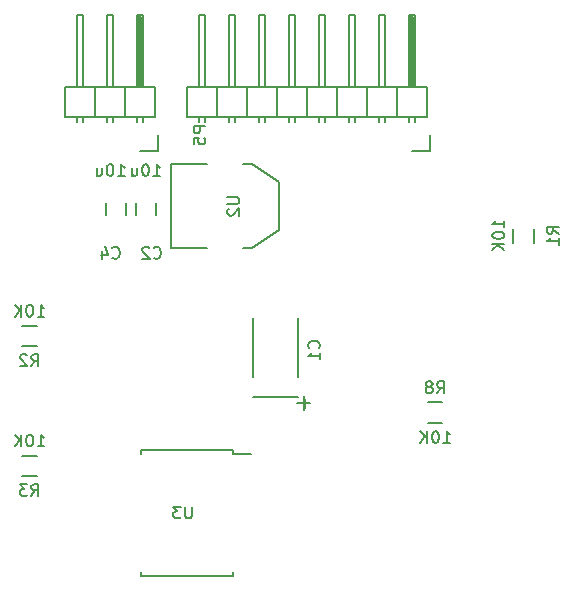
<source format=gbo>
G04 #@! TF.FileFunction,Legend,Bot*
%FSLAX46Y46*%
G04 Gerber Fmt 4.6, Leading zero omitted, Abs format (unit mm)*
G04 Created by KiCad (PCBNEW 4.0.4-1.fc24-product) date Sun Jan 15 22:00:39 2017*
%MOMM*%
%LPD*%
G01*
G04 APERTURE LIST*
%ADD10C,0.100000*%
%ADD11C,0.150000*%
G04 APERTURE END LIST*
D10*
D11*
X52650000Y-41750000D02*
X52650000Y-40750000D01*
X54350000Y-40750000D02*
X54350000Y-41750000D01*
X77550000Y-36300000D02*
X76000000Y-36300000D01*
X77550000Y-35000000D02*
X77550000Y-36300000D01*
X76127000Y-30809000D02*
X76127000Y-24967000D01*
X76127000Y-24967000D02*
X75873000Y-24967000D01*
X75873000Y-24967000D02*
X75873000Y-30809000D01*
X75873000Y-30809000D02*
X76000000Y-30809000D01*
X76000000Y-30809000D02*
X76000000Y-24967000D01*
X58474000Y-33476000D02*
X58474000Y-33857000D01*
X57966000Y-33476000D02*
X57966000Y-33857000D01*
X76254000Y-33476000D02*
X76254000Y-33857000D01*
X75746000Y-33476000D02*
X75746000Y-33857000D01*
X73714000Y-33476000D02*
X73714000Y-33857000D01*
X73206000Y-33476000D02*
X73206000Y-33857000D01*
X71174000Y-33476000D02*
X71174000Y-33857000D01*
X70666000Y-33476000D02*
X70666000Y-33857000D01*
X60506000Y-33476000D02*
X60506000Y-33857000D01*
X61014000Y-33476000D02*
X61014000Y-33857000D01*
X63046000Y-33476000D02*
X63046000Y-33857000D01*
X63554000Y-33476000D02*
X63554000Y-33857000D01*
X65586000Y-33476000D02*
X65586000Y-33857000D01*
X66094000Y-33476000D02*
X66094000Y-33857000D01*
X68126000Y-33476000D02*
X68126000Y-33857000D01*
X68634000Y-33476000D02*
X68634000Y-33857000D01*
X62030000Y-33476000D02*
X62030000Y-30936000D01*
X62030000Y-33476000D02*
X59490000Y-33476000D01*
X59490000Y-33476000D02*
X59490000Y-30936000D01*
X61014000Y-30936000D02*
X61014000Y-24840000D01*
X61014000Y-24840000D02*
X60506000Y-24840000D01*
X60506000Y-24840000D02*
X60506000Y-30936000D01*
X59490000Y-30936000D02*
X62030000Y-30936000D01*
X56950000Y-30936000D02*
X59490000Y-30936000D01*
X57966000Y-24840000D02*
X57966000Y-30936000D01*
X58474000Y-24840000D02*
X57966000Y-24840000D01*
X58474000Y-30936000D02*
X58474000Y-24840000D01*
X59490000Y-33476000D02*
X56950000Y-33476000D01*
X59490000Y-33476000D02*
X59490000Y-30936000D01*
X56950000Y-33476000D02*
X56950000Y-30936000D01*
X77270000Y-33476000D02*
X77270000Y-30936000D01*
X74730000Y-33476000D02*
X74730000Y-30936000D01*
X74730000Y-33476000D02*
X72190000Y-33476000D01*
X72190000Y-33476000D02*
X72190000Y-30936000D01*
X73714000Y-30936000D02*
X73714000Y-24840000D01*
X73714000Y-24840000D02*
X73206000Y-24840000D01*
X73206000Y-24840000D02*
X73206000Y-30936000D01*
X72190000Y-30936000D02*
X74730000Y-30936000D01*
X74730000Y-30936000D02*
X77270000Y-30936000D01*
X75746000Y-24840000D02*
X75746000Y-30936000D01*
X76254000Y-24840000D02*
X75746000Y-24840000D01*
X76254000Y-30936000D02*
X76254000Y-24840000D01*
X74730000Y-33476000D02*
X74730000Y-30936000D01*
X77270000Y-33476000D02*
X74730000Y-33476000D01*
X67110000Y-33476000D02*
X67110000Y-30936000D01*
X67110000Y-33476000D02*
X64570000Y-33476000D01*
X64570000Y-33476000D02*
X64570000Y-30936000D01*
X66094000Y-30936000D02*
X66094000Y-24840000D01*
X66094000Y-24840000D02*
X65586000Y-24840000D01*
X65586000Y-24840000D02*
X65586000Y-30936000D01*
X64570000Y-30936000D02*
X67110000Y-30936000D01*
X62030000Y-30936000D02*
X64570000Y-30936000D01*
X63046000Y-24840000D02*
X63046000Y-30936000D01*
X63554000Y-24840000D02*
X63046000Y-24840000D01*
X63554000Y-30936000D02*
X63554000Y-24840000D01*
X62030000Y-33476000D02*
X62030000Y-30936000D01*
X64570000Y-33476000D02*
X62030000Y-33476000D01*
X64570000Y-33476000D02*
X64570000Y-30936000D01*
X69650000Y-33476000D02*
X69650000Y-30936000D01*
X69650000Y-33476000D02*
X67110000Y-33476000D01*
X67110000Y-33476000D02*
X67110000Y-30936000D01*
X68634000Y-30936000D02*
X68634000Y-24840000D01*
X68634000Y-24840000D02*
X68126000Y-24840000D01*
X68126000Y-24840000D02*
X68126000Y-30936000D01*
X67110000Y-30936000D02*
X69650000Y-30936000D01*
X69650000Y-30936000D02*
X72190000Y-30936000D01*
X70666000Y-24840000D02*
X70666000Y-30936000D01*
X71174000Y-24840000D02*
X70666000Y-24840000D01*
X71174000Y-30936000D02*
X71174000Y-24840000D01*
X69650000Y-33476000D02*
X69650000Y-30936000D01*
X72190000Y-33476000D02*
X69650000Y-33476000D01*
X72190000Y-33476000D02*
X72190000Y-30936000D01*
X54550000Y-36300000D02*
X53000000Y-36300000D01*
X54550000Y-35000000D02*
X54550000Y-36300000D01*
X53127000Y-30809000D02*
X53127000Y-24967000D01*
X53127000Y-24967000D02*
X52873000Y-24967000D01*
X52873000Y-24967000D02*
X52873000Y-30809000D01*
X52873000Y-30809000D02*
X53000000Y-30809000D01*
X53000000Y-30809000D02*
X53000000Y-24967000D01*
X53254000Y-33476000D02*
X53254000Y-33857000D01*
X52746000Y-33476000D02*
X52746000Y-33857000D01*
X50714000Y-33476000D02*
X50714000Y-33857000D01*
X50206000Y-33476000D02*
X50206000Y-33857000D01*
X48174000Y-33476000D02*
X48174000Y-33857000D01*
X47666000Y-33476000D02*
X47666000Y-33857000D01*
X51730000Y-30936000D02*
X54270000Y-30936000D01*
X52746000Y-24840000D02*
X52746000Y-30936000D01*
X53254000Y-24840000D02*
X52746000Y-24840000D01*
X53254000Y-30936000D02*
X53254000Y-24840000D01*
X51730000Y-33476000D02*
X51730000Y-30936000D01*
X54270000Y-33476000D02*
X51730000Y-33476000D01*
X54270000Y-33476000D02*
X54270000Y-30936000D01*
X49190000Y-33476000D02*
X49190000Y-30936000D01*
X49190000Y-33476000D02*
X46650000Y-33476000D01*
X48174000Y-30936000D02*
X48174000Y-24840000D01*
X48174000Y-24840000D02*
X47666000Y-24840000D01*
X47666000Y-24840000D02*
X47666000Y-30936000D01*
X46650000Y-30936000D02*
X49190000Y-30936000D01*
X49190000Y-30936000D02*
X51730000Y-30936000D01*
X50206000Y-24840000D02*
X50206000Y-30936000D01*
X50714000Y-24840000D02*
X50206000Y-24840000D01*
X50714000Y-30936000D02*
X50714000Y-24840000D01*
X49190000Y-33476000D02*
X49190000Y-30936000D01*
X51730000Y-33476000D02*
X49190000Y-33476000D01*
X51730000Y-33476000D02*
X51730000Y-30936000D01*
X46650000Y-33476000D02*
X46650000Y-30936000D01*
X84625000Y-42900000D02*
X84625000Y-44100000D01*
X86375000Y-44100000D02*
X86375000Y-42900000D01*
X44250000Y-51125000D02*
X43050000Y-51125000D01*
X43050000Y-52875000D02*
X44250000Y-52875000D01*
X44250000Y-62125000D02*
X43050000Y-62125000D01*
X43050000Y-63875000D02*
X44250000Y-63875000D01*
X77400000Y-59375000D02*
X78600000Y-59375000D01*
X78600000Y-57625000D02*
X77400000Y-57625000D01*
X58678000Y-44556000D02*
X55630000Y-44556000D01*
X55630000Y-44556000D02*
X55630000Y-37444000D01*
X55630000Y-37444000D02*
X58678000Y-37444000D01*
X61726000Y-44556000D02*
X62488000Y-44556000D01*
X62488000Y-44556000D02*
X64774000Y-43032000D01*
X64774000Y-43032000D02*
X64774000Y-38968000D01*
X64774000Y-38968000D02*
X62488000Y-37444000D01*
X62488000Y-37444000D02*
X61726000Y-37444000D01*
X60875000Y-61675000D02*
X60875000Y-62030000D01*
X53125000Y-61675000D02*
X53125000Y-62030000D01*
X53125000Y-72325000D02*
X53125000Y-71970000D01*
X60875000Y-72325000D02*
X60875000Y-71970000D01*
X60875000Y-61675000D02*
X53125000Y-61675000D01*
X60875000Y-72325000D02*
X53125000Y-72325000D01*
X60875000Y-62030000D02*
X62400000Y-62030000D01*
X50150000Y-41750000D02*
X50150000Y-40750000D01*
X51850000Y-40750000D02*
X51850000Y-41750000D01*
X66399920Y-57201160D02*
X62600080Y-57201160D01*
X66399920Y-50500640D02*
X66399920Y-55499360D01*
X62600080Y-50503180D02*
X62600080Y-55501900D01*
X67403220Y-57704080D02*
X66303400Y-57704080D01*
X66902840Y-58303520D02*
X66902840Y-57104640D01*
X54166666Y-45357143D02*
X54214285Y-45404762D01*
X54357142Y-45452381D01*
X54452380Y-45452381D01*
X54595238Y-45404762D01*
X54690476Y-45309524D01*
X54738095Y-45214286D01*
X54785714Y-45023810D01*
X54785714Y-44880952D01*
X54738095Y-44690476D01*
X54690476Y-44595238D01*
X54595238Y-44500000D01*
X54452380Y-44452381D01*
X54357142Y-44452381D01*
X54214285Y-44500000D01*
X54166666Y-44547619D01*
X53785714Y-44547619D02*
X53738095Y-44500000D01*
X53642857Y-44452381D01*
X53404761Y-44452381D01*
X53309523Y-44500000D01*
X53261904Y-44547619D01*
X53214285Y-44642857D01*
X53214285Y-44738095D01*
X53261904Y-44880952D01*
X53833333Y-45452381D01*
X53214285Y-45452381D01*
X54142857Y-38452381D02*
X54714286Y-38452381D01*
X54428572Y-38452381D02*
X54428572Y-37452381D01*
X54523810Y-37595238D01*
X54619048Y-37690476D01*
X54714286Y-37738095D01*
X53523810Y-37452381D02*
X53428571Y-37452381D01*
X53333333Y-37500000D01*
X53285714Y-37547619D01*
X53238095Y-37642857D01*
X53190476Y-37833333D01*
X53190476Y-38071429D01*
X53238095Y-38261905D01*
X53285714Y-38357143D01*
X53333333Y-38404762D01*
X53428571Y-38452381D01*
X53523810Y-38452381D01*
X53619048Y-38404762D01*
X53666667Y-38357143D01*
X53714286Y-38261905D01*
X53761905Y-38071429D01*
X53761905Y-37833333D01*
X53714286Y-37642857D01*
X53666667Y-37547619D01*
X53619048Y-37500000D01*
X53523810Y-37452381D01*
X52333333Y-37785714D02*
X52333333Y-38452381D01*
X52761905Y-37785714D02*
X52761905Y-38309524D01*
X52714286Y-38404762D01*
X52619048Y-38452381D01*
X52476190Y-38452381D01*
X52380952Y-38404762D01*
X52333333Y-38357143D01*
X58552381Y-34261905D02*
X57552381Y-34261905D01*
X57552381Y-34642858D01*
X57600000Y-34738096D01*
X57647619Y-34785715D01*
X57742857Y-34833334D01*
X57885714Y-34833334D01*
X57980952Y-34785715D01*
X58028571Y-34738096D01*
X58076190Y-34642858D01*
X58076190Y-34261905D01*
X57552381Y-35738096D02*
X57552381Y-35261905D01*
X58028571Y-35214286D01*
X57980952Y-35261905D01*
X57933333Y-35357143D01*
X57933333Y-35595239D01*
X57980952Y-35690477D01*
X58028571Y-35738096D01*
X58123810Y-35785715D01*
X58361905Y-35785715D01*
X58457143Y-35738096D01*
X58504762Y-35690477D01*
X58552381Y-35595239D01*
X58552381Y-35357143D01*
X58504762Y-35261905D01*
X58457143Y-35214286D01*
X88452381Y-43333334D02*
X87976190Y-43000000D01*
X88452381Y-42761905D02*
X87452381Y-42761905D01*
X87452381Y-43142858D01*
X87500000Y-43238096D01*
X87547619Y-43285715D01*
X87642857Y-43333334D01*
X87785714Y-43333334D01*
X87880952Y-43285715D01*
X87928571Y-43238096D01*
X87976190Y-43142858D01*
X87976190Y-42761905D01*
X88452381Y-44285715D02*
X88452381Y-43714286D01*
X88452381Y-44000000D02*
X87452381Y-44000000D01*
X87595238Y-43904762D01*
X87690476Y-43809524D01*
X87738095Y-43714286D01*
X83852381Y-42809524D02*
X83852381Y-42238095D01*
X83852381Y-42523809D02*
X82852381Y-42523809D01*
X82995238Y-42428571D01*
X83090476Y-42333333D01*
X83138095Y-42238095D01*
X82852381Y-43428571D02*
X82852381Y-43523810D01*
X82900000Y-43619048D01*
X82947619Y-43666667D01*
X83042857Y-43714286D01*
X83233333Y-43761905D01*
X83471429Y-43761905D01*
X83661905Y-43714286D01*
X83757143Y-43666667D01*
X83804762Y-43619048D01*
X83852381Y-43523810D01*
X83852381Y-43428571D01*
X83804762Y-43333333D01*
X83757143Y-43285714D01*
X83661905Y-43238095D01*
X83471429Y-43190476D01*
X83233333Y-43190476D01*
X83042857Y-43238095D01*
X82947619Y-43285714D01*
X82900000Y-43333333D01*
X82852381Y-43428571D01*
X83852381Y-44190476D02*
X82852381Y-44190476D01*
X83852381Y-44761905D02*
X83280952Y-44333333D01*
X82852381Y-44761905D02*
X83423810Y-44190476D01*
X43816666Y-54552381D02*
X44150000Y-54076190D01*
X44388095Y-54552381D02*
X44388095Y-53552381D01*
X44007142Y-53552381D01*
X43911904Y-53600000D01*
X43864285Y-53647619D01*
X43816666Y-53742857D01*
X43816666Y-53885714D01*
X43864285Y-53980952D01*
X43911904Y-54028571D01*
X44007142Y-54076190D01*
X44388095Y-54076190D01*
X43435714Y-53647619D02*
X43388095Y-53600000D01*
X43292857Y-53552381D01*
X43054761Y-53552381D01*
X42959523Y-53600000D01*
X42911904Y-53647619D01*
X42864285Y-53742857D01*
X42864285Y-53838095D01*
X42911904Y-53980952D01*
X43483333Y-54552381D01*
X42864285Y-54552381D01*
X44340476Y-50352381D02*
X44911905Y-50352381D01*
X44626191Y-50352381D02*
X44626191Y-49352381D01*
X44721429Y-49495238D01*
X44816667Y-49590476D01*
X44911905Y-49638095D01*
X43721429Y-49352381D02*
X43626190Y-49352381D01*
X43530952Y-49400000D01*
X43483333Y-49447619D01*
X43435714Y-49542857D01*
X43388095Y-49733333D01*
X43388095Y-49971429D01*
X43435714Y-50161905D01*
X43483333Y-50257143D01*
X43530952Y-50304762D01*
X43626190Y-50352381D01*
X43721429Y-50352381D01*
X43816667Y-50304762D01*
X43864286Y-50257143D01*
X43911905Y-50161905D01*
X43959524Y-49971429D01*
X43959524Y-49733333D01*
X43911905Y-49542857D01*
X43864286Y-49447619D01*
X43816667Y-49400000D01*
X43721429Y-49352381D01*
X42959524Y-50352381D02*
X42959524Y-49352381D01*
X42388095Y-50352381D02*
X42816667Y-49780952D01*
X42388095Y-49352381D02*
X42959524Y-49923810D01*
X43816666Y-65552381D02*
X44150000Y-65076190D01*
X44388095Y-65552381D02*
X44388095Y-64552381D01*
X44007142Y-64552381D01*
X43911904Y-64600000D01*
X43864285Y-64647619D01*
X43816666Y-64742857D01*
X43816666Y-64885714D01*
X43864285Y-64980952D01*
X43911904Y-65028571D01*
X44007142Y-65076190D01*
X44388095Y-65076190D01*
X43483333Y-64552381D02*
X42864285Y-64552381D01*
X43197619Y-64933333D01*
X43054761Y-64933333D01*
X42959523Y-64980952D01*
X42911904Y-65028571D01*
X42864285Y-65123810D01*
X42864285Y-65361905D01*
X42911904Y-65457143D01*
X42959523Y-65504762D01*
X43054761Y-65552381D01*
X43340476Y-65552381D01*
X43435714Y-65504762D01*
X43483333Y-65457143D01*
X44340476Y-61352381D02*
X44911905Y-61352381D01*
X44626191Y-61352381D02*
X44626191Y-60352381D01*
X44721429Y-60495238D01*
X44816667Y-60590476D01*
X44911905Y-60638095D01*
X43721429Y-60352381D02*
X43626190Y-60352381D01*
X43530952Y-60400000D01*
X43483333Y-60447619D01*
X43435714Y-60542857D01*
X43388095Y-60733333D01*
X43388095Y-60971429D01*
X43435714Y-61161905D01*
X43483333Y-61257143D01*
X43530952Y-61304762D01*
X43626190Y-61352381D01*
X43721429Y-61352381D01*
X43816667Y-61304762D01*
X43864286Y-61257143D01*
X43911905Y-61161905D01*
X43959524Y-60971429D01*
X43959524Y-60733333D01*
X43911905Y-60542857D01*
X43864286Y-60447619D01*
X43816667Y-60400000D01*
X43721429Y-60352381D01*
X42959524Y-61352381D02*
X42959524Y-60352381D01*
X42388095Y-61352381D02*
X42816667Y-60780952D01*
X42388095Y-60352381D02*
X42959524Y-60923810D01*
X78166666Y-56852381D02*
X78500000Y-56376190D01*
X78738095Y-56852381D02*
X78738095Y-55852381D01*
X78357142Y-55852381D01*
X78261904Y-55900000D01*
X78214285Y-55947619D01*
X78166666Y-56042857D01*
X78166666Y-56185714D01*
X78214285Y-56280952D01*
X78261904Y-56328571D01*
X78357142Y-56376190D01*
X78738095Y-56376190D01*
X77595238Y-56280952D02*
X77690476Y-56233333D01*
X77738095Y-56185714D01*
X77785714Y-56090476D01*
X77785714Y-56042857D01*
X77738095Y-55947619D01*
X77690476Y-55900000D01*
X77595238Y-55852381D01*
X77404761Y-55852381D01*
X77309523Y-55900000D01*
X77261904Y-55947619D01*
X77214285Y-56042857D01*
X77214285Y-56090476D01*
X77261904Y-56185714D01*
X77309523Y-56233333D01*
X77404761Y-56280952D01*
X77595238Y-56280952D01*
X77690476Y-56328571D01*
X77738095Y-56376190D01*
X77785714Y-56471429D01*
X77785714Y-56661905D01*
X77738095Y-56757143D01*
X77690476Y-56804762D01*
X77595238Y-56852381D01*
X77404761Y-56852381D01*
X77309523Y-56804762D01*
X77261904Y-56757143D01*
X77214285Y-56661905D01*
X77214285Y-56471429D01*
X77261904Y-56376190D01*
X77309523Y-56328571D01*
X77404761Y-56280952D01*
X78690476Y-61052381D02*
X79261905Y-61052381D01*
X78976191Y-61052381D02*
X78976191Y-60052381D01*
X79071429Y-60195238D01*
X79166667Y-60290476D01*
X79261905Y-60338095D01*
X78071429Y-60052381D02*
X77976190Y-60052381D01*
X77880952Y-60100000D01*
X77833333Y-60147619D01*
X77785714Y-60242857D01*
X77738095Y-60433333D01*
X77738095Y-60671429D01*
X77785714Y-60861905D01*
X77833333Y-60957143D01*
X77880952Y-61004762D01*
X77976190Y-61052381D01*
X78071429Y-61052381D01*
X78166667Y-61004762D01*
X78214286Y-60957143D01*
X78261905Y-60861905D01*
X78309524Y-60671429D01*
X78309524Y-60433333D01*
X78261905Y-60242857D01*
X78214286Y-60147619D01*
X78166667Y-60100000D01*
X78071429Y-60052381D01*
X77309524Y-61052381D02*
X77309524Y-60052381D01*
X76738095Y-61052381D02*
X77166667Y-60480952D01*
X76738095Y-60052381D02*
X77309524Y-60623810D01*
X60416381Y-40238095D02*
X61225905Y-40238095D01*
X61321143Y-40285714D01*
X61368762Y-40333333D01*
X61416381Y-40428571D01*
X61416381Y-40619048D01*
X61368762Y-40714286D01*
X61321143Y-40761905D01*
X61225905Y-40809524D01*
X60416381Y-40809524D01*
X60511619Y-41238095D02*
X60464000Y-41285714D01*
X60416381Y-41380952D01*
X60416381Y-41619048D01*
X60464000Y-41714286D01*
X60511619Y-41761905D01*
X60606857Y-41809524D01*
X60702095Y-41809524D01*
X60844952Y-41761905D01*
X61416381Y-41190476D01*
X61416381Y-41809524D01*
X57411905Y-66452381D02*
X57411905Y-67261905D01*
X57364286Y-67357143D01*
X57316667Y-67404762D01*
X57221429Y-67452381D01*
X57030952Y-67452381D01*
X56935714Y-67404762D01*
X56888095Y-67357143D01*
X56840476Y-67261905D01*
X56840476Y-66452381D01*
X56459524Y-66452381D02*
X55840476Y-66452381D01*
X56173810Y-66833333D01*
X56030952Y-66833333D01*
X55935714Y-66880952D01*
X55888095Y-66928571D01*
X55840476Y-67023810D01*
X55840476Y-67261905D01*
X55888095Y-67357143D01*
X55935714Y-67404762D01*
X56030952Y-67452381D01*
X56316667Y-67452381D01*
X56411905Y-67404762D01*
X56459524Y-67357143D01*
X50666666Y-45357143D02*
X50714285Y-45404762D01*
X50857142Y-45452381D01*
X50952380Y-45452381D01*
X51095238Y-45404762D01*
X51190476Y-45309524D01*
X51238095Y-45214286D01*
X51285714Y-45023810D01*
X51285714Y-44880952D01*
X51238095Y-44690476D01*
X51190476Y-44595238D01*
X51095238Y-44500000D01*
X50952380Y-44452381D01*
X50857142Y-44452381D01*
X50714285Y-44500000D01*
X50666666Y-44547619D01*
X49809523Y-44785714D02*
X49809523Y-45452381D01*
X50047619Y-44404762D02*
X50285714Y-45119048D01*
X49666666Y-45119048D01*
X51142857Y-38452381D02*
X51714286Y-38452381D01*
X51428572Y-38452381D02*
X51428572Y-37452381D01*
X51523810Y-37595238D01*
X51619048Y-37690476D01*
X51714286Y-37738095D01*
X50523810Y-37452381D02*
X50428571Y-37452381D01*
X50333333Y-37500000D01*
X50285714Y-37547619D01*
X50238095Y-37642857D01*
X50190476Y-37833333D01*
X50190476Y-38071429D01*
X50238095Y-38261905D01*
X50285714Y-38357143D01*
X50333333Y-38404762D01*
X50428571Y-38452381D01*
X50523810Y-38452381D01*
X50619048Y-38404762D01*
X50666667Y-38357143D01*
X50714286Y-38261905D01*
X50761905Y-38071429D01*
X50761905Y-37833333D01*
X50714286Y-37642857D01*
X50666667Y-37547619D01*
X50619048Y-37500000D01*
X50523810Y-37452381D01*
X49333333Y-37785714D02*
X49333333Y-38452381D01*
X49761905Y-37785714D02*
X49761905Y-38309524D01*
X49714286Y-38404762D01*
X49619048Y-38452381D01*
X49476190Y-38452381D01*
X49380952Y-38404762D01*
X49333333Y-38357143D01*
X68156603Y-53033994D02*
X68204222Y-52986375D01*
X68251841Y-52843518D01*
X68251841Y-52748280D01*
X68204222Y-52605422D01*
X68108984Y-52510184D01*
X68013746Y-52462565D01*
X67823270Y-52414946D01*
X67680412Y-52414946D01*
X67489936Y-52462565D01*
X67394698Y-52510184D01*
X67299460Y-52605422D01*
X67251841Y-52748280D01*
X67251841Y-52843518D01*
X67299460Y-52986375D01*
X67347079Y-53033994D01*
X68251841Y-53986375D02*
X68251841Y-53414946D01*
X68251841Y-53700660D02*
X67251841Y-53700660D01*
X67394698Y-53605422D01*
X67489936Y-53510184D01*
X67537555Y-53414946D01*
X66971729Y-57320588D02*
X66971729Y-58082493D01*
X67352681Y-57701541D02*
X66590776Y-57701541D01*
M02*

</source>
